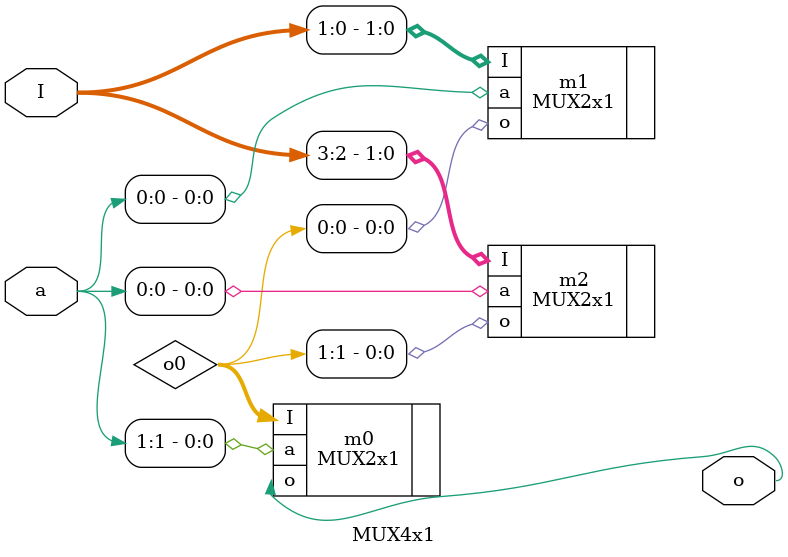
<source format=v>
`include "MUX2x1.v"

module MUX4x1(
  input wire [3:0] I,
  input wire [1:0] a,
  output wire o
);
  wire [1:0] o0;
  
  MUX2x1 m2(
    .I (I[3:2]),
    .a (a[0]),
    .o (o0[1])
  );
  
  MUX2x1 m1(
    .I (I[1:0]),
    .a (a[0]),
    .o (o0[0])
  );
  
  MUX2x1 m0(
    .I (o0),
    .a (a[1]),
    .o (o)
  );
  
endmodule

</source>
